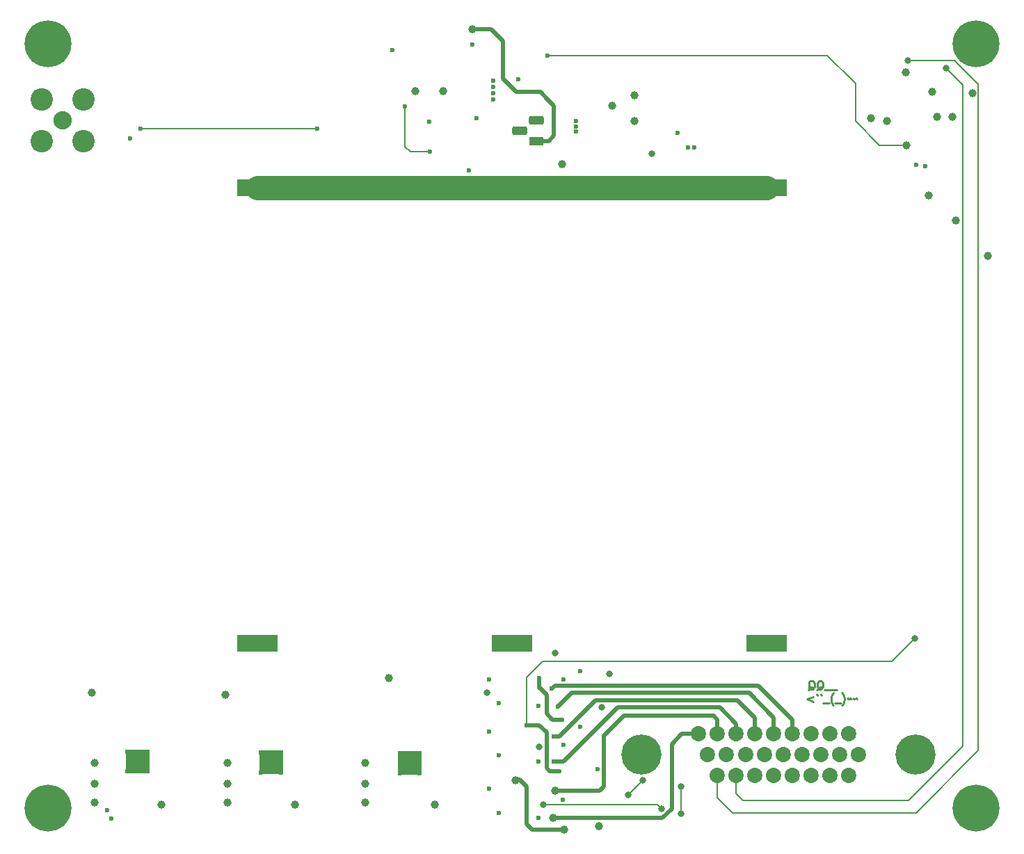
<source format=gbr>
%TF.GenerationSoftware,KiCad,Pcbnew,(6.0.2)*%
%TF.CreationDate,2023-06-26T13:18:54+02:00*%
%TF.ProjectId,LTPS_A,4c545053-5f41-42e6-9b69-6361645f7063,rev?*%
%TF.SameCoordinates,Original*%
%TF.FileFunction,Copper,L4,Bot*%
%TF.FilePolarity,Positive*%
%FSLAX46Y46*%
G04 Gerber Fmt 4.6, Leading zero omitted, Abs format (unit mm)*
G04 Created by KiCad (PCBNEW (6.0.2)) date 2023-06-26 13:18:54*
%MOMM*%
%LPD*%
G01*
G04 APERTURE LIST*
G04 Aperture macros list*
%AMRoundRect*
0 Rectangle with rounded corners*
0 $1 Rounding radius*
0 $2 $3 $4 $5 $6 $7 $8 $9 X,Y pos of 4 corners*
0 Add a 4 corners polygon primitive as box body*
4,1,4,$2,$3,$4,$5,$6,$7,$8,$9,$2,$3,0*
0 Add four circle primitives for the rounded corners*
1,1,$1+$1,$2,$3*
1,1,$1+$1,$4,$5*
1,1,$1+$1,$6,$7*
1,1,$1+$1,$8,$9*
0 Add four rect primitives between the rounded corners*
20,1,$1+$1,$2,$3,$4,$5,0*
20,1,$1+$1,$4,$5,$6,$7,0*
20,1,$1+$1,$6,$7,$8,$9,0*
20,1,$1+$1,$8,$9,$2,$3,0*%
G04 Aperture macros list end*
%ADD10C,0.250000*%
%TA.AperFunction,NonConductor*%
%ADD11C,0.250000*%
%TD*%
%TA.AperFunction,ComponentPad*%
%ADD12R,5.000000X2.000000*%
%TD*%
%TA.AperFunction,ComponentPad*%
%ADD13C,3.600000*%
%TD*%
%TA.AperFunction,ConnectorPad*%
%ADD14C,5.700000*%
%TD*%
%TA.AperFunction,ComponentPad*%
%ADD15C,0.600000*%
%TD*%
%TA.AperFunction,SMDPad,CuDef*%
%ADD16R,3.000000X3.000000*%
%TD*%
%TA.AperFunction,ComponentPad*%
%ADD17R,1.800000X1.100000*%
%TD*%
%TA.AperFunction,ComponentPad*%
%ADD18RoundRect,0.275000X0.625000X-0.275000X0.625000X0.275000X-0.625000X0.275000X-0.625000X-0.275000X0*%
%TD*%
%TA.AperFunction,ComponentPad*%
%ADD19C,2.240000*%
%TD*%
%TA.AperFunction,ComponentPad*%
%ADD20C,2.740000*%
%TD*%
%TA.AperFunction,ComponentPad*%
%ADD21C,4.890000*%
%TD*%
%TA.AperFunction,ComponentPad*%
%ADD22C,1.860000*%
%TD*%
%TA.AperFunction,ViaPad*%
%ADD23C,0.800000*%
%TD*%
%TA.AperFunction,ViaPad*%
%ADD24C,1.000000*%
%TD*%
%TA.AperFunction,ViaPad*%
%ADD25C,0.600000*%
%TD*%
%TA.AperFunction,Conductor*%
%ADD26C,0.500000*%
%TD*%
%TA.AperFunction,Conductor*%
%ADD27C,0.200000*%
%TD*%
%TA.AperFunction,Conductor*%
%ADD28C,3.000000*%
%TD*%
G04 APERTURE END LIST*
D10*
D11*
X183546666Y-119630619D02*
X182784761Y-119630619D01*
X182784761Y-119630619D02*
X182022857Y-119630619D01*
X181118095Y-119630619D02*
X181213333Y-119583000D01*
X181308571Y-119487761D01*
X181451428Y-119344904D01*
X181546666Y-119297285D01*
X181641904Y-119297285D01*
X181594285Y-119535380D02*
X181689523Y-119487761D01*
X181784761Y-119392523D01*
X181832380Y-119202047D01*
X181832380Y-118868714D01*
X181784761Y-118678238D01*
X181689523Y-118583000D01*
X181594285Y-118535380D01*
X181403809Y-118535380D01*
X181308571Y-118583000D01*
X181213333Y-118678238D01*
X181165714Y-118868714D01*
X181165714Y-119202047D01*
X181213333Y-119392523D01*
X181308571Y-119487761D01*
X181403809Y-119535380D01*
X181594285Y-119535380D01*
X180070476Y-119630619D02*
X180165714Y-119583000D01*
X180260952Y-119487761D01*
X180403809Y-119344904D01*
X180499047Y-119297285D01*
X180594285Y-119297285D01*
X180546666Y-119535380D02*
X180641904Y-119487761D01*
X180737142Y-119392523D01*
X180784761Y-119202047D01*
X180784761Y-118868714D01*
X180737142Y-118678238D01*
X180641904Y-118583000D01*
X180546666Y-118535380D01*
X180356190Y-118535380D01*
X180260952Y-118583000D01*
X180165714Y-118678238D01*
X180118095Y-118868714D01*
X180118095Y-119202047D01*
X180165714Y-119392523D01*
X180260952Y-119487761D01*
X180356190Y-119535380D01*
X180546666Y-119535380D01*
X186022857Y-120764428D02*
X185975238Y-120716809D01*
X185880000Y-120669190D01*
X185689523Y-120764428D01*
X185594285Y-120716809D01*
X185546666Y-120669190D01*
X185308571Y-120764428D02*
X185260952Y-120716809D01*
X185165714Y-120669190D01*
X184975238Y-120764428D01*
X184880000Y-120716809D01*
X184832380Y-120669190D01*
X184165714Y-121526333D02*
X184213333Y-121478714D01*
X184308571Y-121335857D01*
X184356190Y-121240619D01*
X184403809Y-121097761D01*
X184451428Y-120859666D01*
X184451428Y-120669190D01*
X184403809Y-120431095D01*
X184356190Y-120288238D01*
X184308571Y-120193000D01*
X184213333Y-120050142D01*
X184165714Y-120002523D01*
X184022857Y-121240619D02*
X183260952Y-121240619D01*
X183118095Y-121526333D02*
X183070476Y-121478714D01*
X182975238Y-121335857D01*
X182927619Y-121240619D01*
X182880000Y-121097761D01*
X182832380Y-120859666D01*
X182832380Y-120669190D01*
X182880000Y-120431095D01*
X182927619Y-120288238D01*
X182975238Y-120193000D01*
X183070476Y-120050142D01*
X183118095Y-120002523D01*
X182594285Y-121240619D02*
X181832380Y-121240619D01*
X181546666Y-120145380D02*
X181641904Y-120335857D01*
X181070476Y-120145380D02*
X181165714Y-120335857D01*
X180641904Y-120478714D02*
X179880000Y-120764428D01*
X180641904Y-121050142D01*
D12*
%TO.P,G1,1,+*%
%TO.N,Net-(F1-Pad1)*%
X175000000Y-58500000D03*
%TO.P,G1,2,-*%
%TO.N,GND*%
X175000000Y-114000000D03*
%TD*%
%TO.P,G3,1,+*%
%TO.N,Net-(F1-Pad1)*%
X113010000Y-58500000D03*
%TO.P,G3,2,-*%
%TO.N,GND*%
X113010000Y-114000000D03*
%TD*%
D13*
%TO.P,MECH1,1,1*%
%TO.N,GND*%
X87500000Y-134000000D03*
D14*
X87500000Y-134000000D03*
%TD*%
D15*
%TO.P,N5,17,EPAD*%
%TO.N,GND*%
X97210000Y-127162000D03*
X97210000Y-129562000D03*
D16*
X98410000Y-128362000D03*
D15*
X99610000Y-127162000D03*
X99610000Y-129562000D03*
%TD*%
%TO.P,N8,17,EPAD*%
%TO.N,GND*%
X132746000Y-127370000D03*
X130346000Y-127370000D03*
X132746000Y-129770000D03*
X130346000Y-129770000D03*
D16*
X131546000Y-128570000D03*
%TD*%
D13*
%TO.P,MECH3,1,1*%
%TO.N,GND*%
X200500000Y-41000000D03*
D14*
X200500000Y-41000000D03*
%TD*%
D17*
%TO.P,N2,1,+VS*%
%TO.N,+3V3*%
X146958000Y-52832000D03*
D18*
%TO.P,N2,2,Vout*%
%TO.N,battery_temp*%
X144888000Y-51562000D03*
%TO.P,N2,3,GND*%
%TO.N,GND*%
X146958000Y-50292000D03*
%TD*%
D19*
%TO.P,X1,1,In*%
%TO.N,Net-(R6-Pad2)*%
X89290000Y-50290000D03*
D20*
%TO.P,X1,2,Ext*%
%TO.N,GND*%
X91830000Y-52830000D03*
X91830000Y-47750000D03*
X86750000Y-52830000D03*
X86750000Y-47750000D03*
%TD*%
D13*
%TO.P,MECH2,1,1*%
%TO.N,GND*%
X200500000Y-134000000D03*
D14*
X200500000Y-134000000D03*
%TD*%
D16*
%TO.P,N7,17,EPAD*%
%TO.N,GND*%
X114666000Y-128489000D03*
D15*
X113466000Y-127289000D03*
X115866000Y-129689000D03*
X113466000Y-129689000D03*
X115866000Y-127289000D03*
%TD*%
D21*
%TO.P,X2,0*%
%TO.N,GND*%
X159752000Y-127540000D03*
X193072000Y-127540000D03*
D22*
%TO.P,X2,1*%
%TO.N,TPS_A_OC*%
X185000000Y-125000000D03*
%TO.P,X2,2*%
%TO.N,TPS_B_OC*%
X182710000Y-125000000D03*
%TO.P,X2,3*%
%TO.N,TPS_C_OC*%
X180420000Y-125000000D03*
%TO.P,X2,4*%
%TO.N,TPS_A_S1*%
X178130000Y-125000000D03*
%TO.P,X2,5*%
%TO.N,TPS_A_S2*%
X175840000Y-125000000D03*
%TO.P,X2,6*%
%TO.N,TPS_B_S1*%
X173550000Y-125000000D03*
%TO.P,X2,7*%
%TO.N,TPS_B_S2*%
X171260000Y-125000000D03*
%TO.P,X2,8*%
%TO.N,TPS_C_S1*%
X168970000Y-125000000D03*
%TO.P,X2,9*%
%TO.N,TPS_C_S2*%
X166680000Y-125000000D03*
%TO.P,X2,10*%
%TO.N,GND*%
X186145000Y-127540000D03*
%TO.P,X2,11*%
X183855000Y-127540000D03*
%TO.P,X2,12*%
X181565000Y-127540000D03*
%TO.P,X2,13*%
X179275000Y-127540000D03*
%TO.P,X2,14*%
X176985000Y-127540000D03*
%TO.P,X2,15*%
X174695000Y-127540000D03*
%TO.P,X2,16*%
X172405000Y-127540000D03*
%TO.P,X2,17*%
X170115000Y-127540000D03*
%TO.P,X2,18*%
X167825000Y-127540000D03*
%TO.P,X2,19*%
%TO.N,TPS_A_S1_CTRL*%
X185000000Y-130080000D03*
%TO.P,X2,20*%
%TO.N,TPS_A_S2_CTRL*%
X182710000Y-130080000D03*
%TO.P,X2,21*%
%TO.N,TPS_B_S1_CTRL*%
X180420000Y-130080000D03*
%TO.P,X2,22*%
%TO.N,TPS_B_S2_CTRL*%
X178130000Y-130080000D03*
%TO.P,X2,23*%
%TO.N,TPS_C_S1_CTRL*%
X175840000Y-130080000D03*
%TO.P,X2,24*%
%TO.N,TPS_C_S2_CTRL*%
X173550000Y-130080000D03*
%TO.P,X2,25*%
%TO.N,LTPS_SCL*%
X171260000Y-130080000D03*
%TO.P,X2,26*%
%TO.N,LTPS_SDA*%
X168970000Y-130080000D03*
%TD*%
D14*
%TO.P,MECH4,1,1*%
%TO.N,GND*%
X87500000Y-41000000D03*
D13*
X87500000Y-41000000D03*
%TD*%
D12*
%TO.P,G2,1,+*%
%TO.N,Net-(F1-Pad1)*%
X144000000Y-58500000D03*
%TO.P,G2,2,-*%
%TO.N,GND*%
X144000000Y-114000000D03*
%TD*%
D23*
%TO.N,+3V3*%
X149225000Y-115189000D03*
D24*
X139192000Y-39243000D03*
D23*
X161036000Y-54356000D03*
D25*
%TO.N,GND*%
X154444500Y-129318293D03*
X133900000Y-50500000D03*
X151765000Y-50419000D03*
D24*
X197993000Y-62484000D03*
D25*
X150241000Y-126365000D03*
D24*
X194691000Y-59436000D03*
X200025000Y-46990000D03*
D25*
X151765000Y-51689000D03*
D24*
X150114000Y-55626000D03*
D25*
X141732000Y-46228000D03*
X147193000Y-135255000D03*
D24*
X109347000Y-133350000D03*
D25*
X141732000Y-47752000D03*
X144780000Y-45339000D03*
X164109400Y-51866800D03*
D24*
X109347000Y-131064000D03*
X158877000Y-50419000D03*
X126111000Y-131064000D03*
X126111000Y-128524000D03*
X195707000Y-49911000D03*
X131582000Y-128534000D03*
X187706000Y-50038000D03*
X201930000Y-66802000D03*
D25*
X166141400Y-53644800D03*
D24*
X109347000Y-128524000D03*
X114719500Y-128435500D03*
X195150500Y-46832660D03*
D25*
X97500000Y-52500000D03*
X95235000Y-135347000D03*
X152273000Y-117348000D03*
X141224000Y-131699000D03*
X141224000Y-118364000D03*
D24*
X154559000Y-136271000D03*
D25*
X142367000Y-121285000D03*
D24*
X93218000Y-133350000D03*
D25*
X147193000Y-121569000D03*
X141732000Y-45466000D03*
X165379400Y-53644800D03*
X139202000Y-41098000D03*
D24*
X93218000Y-131064000D03*
D25*
X141224000Y-124714000D03*
X150160555Y-133004500D03*
X142367000Y-134620000D03*
X129413000Y-41783000D03*
X147193000Y-128397000D03*
D24*
X158877000Y-47244000D03*
X126111000Y-133350000D03*
X189611000Y-50419000D03*
D25*
X141732000Y-46990000D03*
D24*
X93218000Y-128524000D03*
X197612000Y-49911000D03*
D25*
X94727000Y-134331000D03*
X138750000Y-56428600D03*
D24*
X98410000Y-128362000D03*
D25*
X151765000Y-51054000D03*
X142367000Y-127635000D03*
X150241000Y-118376500D03*
X152293391Y-124102563D03*
D24*
X191897000Y-44450000D03*
%TO.N,main_battery_unregulated*%
X92837000Y-120015000D03*
X156210000Y-48514000D03*
X132207000Y-46736000D03*
X109093000Y-120269000D03*
D25*
X131000000Y-48641000D03*
D24*
X129032000Y-118237000D03*
D25*
X134000000Y-54100000D03*
D24*
X135636000Y-46736000D03*
%TO.N,main_voltage_sense*%
X192024000Y-53340000D03*
D25*
X148336000Y-42418000D03*
%TO.N,TPS_A*%
X150114000Y-123317000D03*
D23*
X155829000Y-117729000D03*
D24*
X101346000Y-133604000D03*
D25*
X147320000Y-118237000D03*
D24*
%TO.N,TPS_B*%
X117602000Y-133604000D03*
D23*
X193040000Y-113411000D03*
D25*
X149733000Y-129540000D03*
X145796000Y-123952000D03*
D24*
%TO.N,TPS_C*%
X134620000Y-133604000D03*
X150368000Y-136652000D03*
X144399000Y-130683000D03*
D25*
%TO.N,battery_temp*%
X193167000Y-55753000D03*
%TO.N,main_current_sense*%
X194310000Y-55880000D03*
X139700000Y-50038000D03*
D23*
%TO.N,LTPS_SCL*%
X196850000Y-43942000D03*
%TO.N,LTPS_SDA*%
X192151000Y-43053000D03*
D25*
%TO.N,Net-(R5-Pad1)*%
X98806000Y-51308000D03*
X120294400Y-51308000D03*
D23*
%TO.N,TPS_B_S1_CTRL*%
X147320000Y-126619000D03*
%TO.N,TPS_C_S1_CTRL*%
X147828000Y-133604000D03*
X162179000Y-134112000D03*
%TO.N,TPS_B_S2_CTRL*%
X164592000Y-131445000D03*
X164592000Y-134747000D03*
%TO.N,TPS_A_S1_CTRL*%
X140970000Y-120015000D03*
%TO.N,TPS_A_S2_CTRL*%
X159893000Y-130683000D03*
X154940000Y-121793000D03*
X158115000Y-132461000D03*
D25*
%TO.N,TPS_B_S1*%
X149098000Y-125349000D03*
D24*
%TO.N,TPS_C_S1*%
X149225000Y-131953000D03*
D25*
%TO.N,TPS_B_S2*%
X149098000Y-128397000D03*
D24*
%TO.N,TPS_C_S2*%
X148971000Y-135255000D03*
D25*
%TO.N,TPS_A_S1*%
X148844000Y-119507000D03*
%TO.N,TPS_A_S2*%
X149606000Y-121666000D03*
%TD*%
D26*
%TO.N,+3V3*%
X149098000Y-52197000D02*
X149098000Y-48514000D01*
X141478000Y-39243000D02*
X139192000Y-39243000D01*
X146558000Y-52832000D02*
X148463000Y-52832000D01*
X148463000Y-52832000D02*
X149098000Y-52197000D01*
X142875000Y-45212000D02*
X142875000Y-45085000D01*
X147447000Y-46863000D02*
X144526000Y-46863000D01*
X149098000Y-48514000D02*
X148336000Y-47752000D01*
X144526000Y-46863000D02*
X142875000Y-45212000D01*
X142875000Y-40640000D02*
X141732000Y-39497000D01*
X142875000Y-45085000D02*
X142875000Y-40640000D01*
X141732000Y-39497000D02*
X141478000Y-39243000D01*
X148336000Y-47752000D02*
X147447000Y-46863000D01*
D27*
%TO.N,main_battery_unregulated*%
X131600000Y-54100000D02*
X131000000Y-53500000D01*
X134000000Y-54100000D02*
X131600000Y-54100000D01*
X131000000Y-53500000D02*
X131000000Y-48641000D01*
%TO.N,main_voltage_sense*%
X185547000Y-45593000D02*
X185801000Y-45847000D01*
X148336000Y-42418000D02*
X182372000Y-42418000D01*
X185801000Y-50419000D02*
X188722000Y-53340000D01*
X188722000Y-53340000D02*
X192024000Y-53340000D01*
X185801000Y-45847000D02*
X185801000Y-50419000D01*
X182372000Y-42418000D02*
X185547000Y-45593000D01*
D26*
%TO.N,TPS_A*%
X148209000Y-122555000D02*
X148209000Y-120777000D01*
X148209000Y-120777000D02*
X148209000Y-120269000D01*
X150114000Y-123317000D02*
X148971000Y-123317000D01*
X148209000Y-120269000D02*
X147447000Y-119507000D01*
X148971000Y-123317000D02*
X148844000Y-123190000D01*
X148844000Y-123190000D02*
X148209000Y-122555000D01*
X147320000Y-119380000D02*
X147320000Y-118237000D01*
X147447000Y-119507000D02*
X147320000Y-119380000D01*
%TO.N,TPS_B*%
X148209000Y-124841000D02*
X148209000Y-129159000D01*
X148209000Y-129159000D02*
X148590000Y-129540000D01*
X147320000Y-123952000D02*
X148209000Y-124841000D01*
X148590000Y-129540000D02*
X149733000Y-129540000D01*
X145796000Y-123952000D02*
X147320000Y-123952000D01*
D27*
X190246000Y-116205000D02*
X147701000Y-116205000D01*
X193040000Y-113411000D02*
X190246000Y-116205000D01*
X147701000Y-116205000D02*
X145796000Y-118110000D01*
X145796000Y-118110000D02*
X145796000Y-123952000D01*
D26*
%TO.N,TPS_C*%
X144907000Y-130556000D02*
X144526000Y-130556000D01*
X146431000Y-136652000D02*
X145796000Y-136017000D01*
X144526000Y-130556000D02*
X144399000Y-130683000D01*
X145796000Y-131445000D02*
X144907000Y-130556000D01*
X145796000Y-136017000D02*
X145796000Y-131445000D01*
X150368000Y-136652000D02*
X146431000Y-136652000D01*
D28*
%TO.N,Net-(F1-Pad1)*%
X113010000Y-58500000D02*
X175000000Y-58500000D01*
D27*
%TO.N,LTPS_SCL*%
X196215000Y-129159000D02*
X198882000Y-126492000D01*
X198882000Y-45974000D02*
X196850000Y-43942000D01*
X172085000Y-133096000D02*
X190627000Y-133096000D01*
X171260000Y-130080000D02*
X171260000Y-132271000D01*
X198882000Y-48895000D02*
X198882000Y-45974000D01*
X192278000Y-133096000D02*
X196215000Y-129159000D01*
X190627000Y-133096000D02*
X192278000Y-133096000D01*
X198882000Y-126492000D02*
X198882000Y-48895000D01*
X171260000Y-132271000D02*
X172085000Y-133096000D01*
%TO.N,LTPS_SDA*%
X193167000Y-134620000D02*
X200751501Y-127035499D01*
X197866000Y-43053000D02*
X192151000Y-43053000D01*
X168970000Y-130080000D02*
X168970000Y-132775000D01*
X200751501Y-45938501D02*
X197866000Y-43053000D01*
X200751501Y-127035499D02*
X200751501Y-45938501D01*
X168970000Y-132775000D02*
X170815000Y-134620000D01*
X170815000Y-134620000D02*
X193167000Y-134620000D01*
%TO.N,Net-(R5-Pad1)*%
X98806000Y-51308000D02*
X120294400Y-51308000D01*
X120294400Y-51308000D02*
X120319800Y-51333400D01*
X98729800Y-51308000D02*
X98806000Y-51308000D01*
%TO.N,TPS_C_S1_CTRL*%
X147828000Y-133604000D02*
X161671000Y-133604000D01*
X161671000Y-133604000D02*
X162179000Y-134112000D01*
%TO.N,TPS_B_S2_CTRL*%
X164592000Y-134747000D02*
X164592000Y-131445000D01*
%TO.N,TPS_A_S2_CTRL*%
X159893000Y-130683000D02*
X158115000Y-132461000D01*
D26*
%TO.N,TPS_B_S1*%
X173550000Y-123004000D02*
X171450000Y-120904000D01*
X149733000Y-125349000D02*
X149098000Y-125349000D01*
X154178000Y-120904000D02*
X149733000Y-125349000D01*
X173550000Y-125000000D02*
X173550000Y-123004000D01*
X171450000Y-120904000D02*
X154178000Y-120904000D01*
%TO.N,TPS_C_S1*%
X155194000Y-131445000D02*
X154686000Y-131953000D01*
X155194000Y-125222000D02*
X155194000Y-131445000D01*
X154686000Y-131953000D02*
X149225000Y-131953000D01*
X168970000Y-125000000D02*
X168970000Y-123250000D01*
X168529000Y-122809000D02*
X157607000Y-122809000D01*
X157607000Y-122809000D02*
X155194000Y-125222000D01*
X168970000Y-123250000D02*
X168529000Y-122809000D01*
%TO.N,TPS_B_S2*%
X150241000Y-128397000D02*
X149098000Y-128397000D01*
X156845000Y-121793000D02*
X150241000Y-128397000D01*
X171260000Y-125000000D02*
X171260000Y-123762000D01*
X169291000Y-121793000D02*
X156845000Y-121793000D01*
X171260000Y-123762000D02*
X169291000Y-121793000D01*
%TO.N,TPS_C_S2*%
X164687000Y-125000000D02*
X163449000Y-126238000D01*
X166680000Y-125000000D02*
X164687000Y-125000000D01*
X162306000Y-135255000D02*
X148971000Y-135255000D01*
X163449000Y-126238000D02*
X163449000Y-134112000D01*
X163449000Y-134112000D02*
X162306000Y-135255000D01*
%TO.N,TPS_A_S1*%
X178130000Y-123266000D02*
X173990000Y-119126000D01*
X149225000Y-119126000D02*
X148844000Y-119507000D01*
X173990000Y-119126000D02*
X149225000Y-119126000D01*
X178130000Y-125000000D02*
X178130000Y-123266000D01*
%TO.N,TPS_A_S2*%
X175840000Y-123008000D02*
X172847000Y-120015000D01*
X175840000Y-125000000D02*
X175840000Y-123008000D01*
X172847000Y-120015000D02*
X151257000Y-120015000D01*
X151257000Y-120015000D02*
X149606000Y-121666000D01*
%TD*%
M02*

</source>
